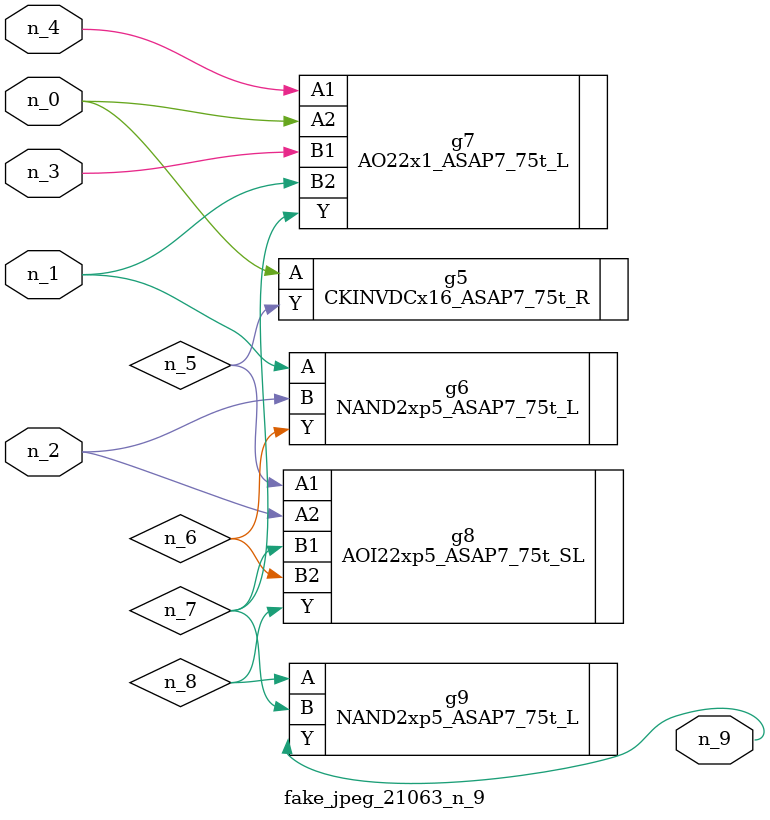
<source format=v>
module fake_jpeg_21063_n_9 (n_3, n_2, n_1, n_0, n_4, n_9);

input n_3;
input n_2;
input n_1;
input n_0;
input n_4;

output n_9;

wire n_8;
wire n_6;
wire n_5;
wire n_7;

CKINVDCx16_ASAP7_75t_R g5 ( 
.A(n_0),
.Y(n_5)
);

NAND2xp5_ASAP7_75t_L g6 ( 
.A(n_1),
.B(n_2),
.Y(n_6)
);

AO22x1_ASAP7_75t_L g7 ( 
.A1(n_4),
.A2(n_0),
.B1(n_3),
.B2(n_1),
.Y(n_7)
);

AOI22xp5_ASAP7_75t_SL g8 ( 
.A1(n_5),
.A2(n_2),
.B1(n_7),
.B2(n_6),
.Y(n_8)
);

NAND2xp5_ASAP7_75t_L g9 ( 
.A(n_8),
.B(n_7),
.Y(n_9)
);


endmodule
</source>
